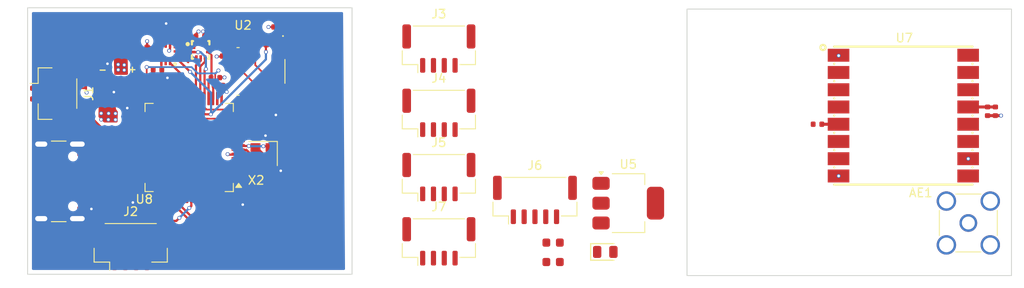
<source format=kicad_pcb>
(kicad_pcb (version 20241229) (generator "pcbnew") (generator_version "9.0")
  (layers (0 "F.Cu" signal) (2 "B.Cu" signal) (13 "F.Paste" user) (15 "B.Paste" user) (5 "F.SilkS" user "F.Silkscreen") (7 "B.SilkS" user "B.Silkscreen") (1 "F.Mask" user) (3 "B.Mask" user) (25 "Edge.Cuts" user))
  (net 0 "")
  (net 1 "+3.3V")
  (net 2 "/SPI3_MOSI")
  (net 3 "/SPI3_MISO")
  (net 4 "GND")
  (net 5 "/SPI3_SCK")
  (net 6 "/USB_FS_DP")
  (net 7 "/OSC_OUT")
  (net 8 "Net-(C16-Pad1)")
  (net 9 "Net-(U8-NRST)")
  (net 10 "Net-(U8-VCAP_2)")
  (net 11 "/USB_FS_DN")
  (net 12 "Net-(U8-VCAP_1)")
  (net 13 "/SPI1_MOSI")
  (net 14 "/SPI1_SCK")
  (net 15 "/SPI1_MISO")
  (net 16 "/SPI5_NSS")
  (net 17 "+5V")
  (net 18 "/SPI1_NSS")
  (net 19 "Net-(U2-~{HOLD}{slash}~{RESET}{slash}IO_{3})")
  (net 20 "Net-(U2-~{WP}{slash}IO_{2})")
  (net 21 "/SPI2_NSS")
  (net 22 "/UART5_TX")
  (net 23 "/UART5_RX")
  (net 24 "Net-(U8-PA11)")
  (net 25 "/USART1_RX")
  (net 26 "/USART6_TX")
  (net 27 "/USART1_TX")
  (net 28 "Net-(U8-VDDA)")
  (net 29 "Net-(U8-PA12)")
  (net 30 "/BOOT1")
  (net 31 "/OSC_IN")
  (net 32 "/USART6_RX")
  (net 35 "/OSC32_IN")
  (net 36 "/OSC32_OUT")
  (net 37 "/SPI2_MISO")
  (net 38 "/SPI2_MOSI")
  (net 39 "/UART4_TX")
  (net 40 "/UART4_RX")
  (net 41 "/USART2_TX")
  (net 42 "/USART2_RX")
  (net 47 "/USART3_TX")
  (net 48 "/USART3_RX")
  (net 50 "/SPI2_SCK")
  (net 63 "Net-(U8-BOOT0)")
  (net 66 "Net-(P2-CC)")
  (net 68 "Net-(AE1-A)")
  (net 69 "Net-(D3-Pad2)")
  (net 70 "/PWM_2")
  (net 71 "/PWM_1")
  (net 72 "/PWM_3")
  (net 73 "/PWM_8")
  (net 74 "/PWM_5")
  (net 75 "/PWM_7")
  (net 76 "/PWM_6")
  (net 77 "/SPI3_NSS")
  (net 78 "/Lora_RES")
  (net 87 "/IMU_INT")
  (net 90 "/BMP_INT")
  (net 91 "/PWM_4")
  (footprint "Connector_USB:USB_C_Receptacle_GCT_USB4105-xx-A_16P_TopMnt_Horizontal" (layer "F.Cu") (at 115.233951 77.924591 -90)
    (property "Reference" "P2" (hide yes))
    (property "Value" "USB_C_Plug_USB2.0")
  )
  (footprint "PCM_JLCPCB:R_0402" (layer "F.Cu") (at 121.813951 75.574591 180)
    (property "Reference" "R16" (hide yes))
    (property "Value" "22Ω" (hide yes))
  )
  (footprint "PCM_JLCPCB:C_0402" (layer "F.Cu") (at 129.113951 61.249591)
    (property "Reference" "C6" (hide yes))
    (property "Value" "100nF")
  )
  (footprint "PCM_JLCPCB:R_0402" (layer "F.Cu") (at 204 71.3)
    (property "Reference" "R10" (hide yes))
    (property "Value" "5.1kΩ" (hide yes))
  )
  (footprint "Connector_JST:JST_GH_BM04B-GHS-TBT_1x04-1MP_P1.25mm_Vertical" (layer "F.Cu") (at 124.513951 85.424591)
    (property "Reference" "J2")
    (property "Value" "Conn_01x04")
  )
  (footprint "PCM_JLCPCB:C_0402" (layer "F.Cu") (at 142.413951 70.274591)
    (property "Reference" "C1" (hide yes))
    (property "Value" "100nF")
  )
  (footprint "PCM_JLCPCB:R_0402" (layer "F.Cu") (at 129.613951 66.374591 90)
    (property "Reference" "R17" (hide yes))
    (property "Value" "5.1kΩ" (hide yes))
  )
  (footprint "PCM_JLCPCB:R_0402" (layer "F.Cu") (at 141.563951 60.024591 180)
    (property "Reference" "R7" (hide yes))
    (property "Value" "5.1kΩ" (hide yes))
  )
  (footprint "Crystal:Crystal_SMD_2520-4Pin_2.5x2.0mm" (layer "F.Cu") (at 139.831415 74.696732 180)
    (property "Reference" "X2")
    (property "Value" "Shenzhen SCTF Elec SX2B12.000F1010F30")
  )
  (footprint "Connector_JST:JST_GH_BM04B-GHS-TBT_1x04-1MP_P1.25mm_Vertical" (layer "F.Cu") (at 160.18 77.425)
    (property "Reference" "J5")
    (property "Value" "Conn_01x04")
  )
  (footprint "Connector_JST:JST_GH_BM04B-GHS-TBT_1x04-1MP_P1.25mm_Vertical" (layer "F.Cu") (at 160.18 69.975)
    (property "Reference" "J4")
    (property "Value" "Conn_01x04")
  )
  (footprint "Connector_Coaxial:SMA_Amphenol_901-144_Vertical" (layer "F.Cu") (at 221.46 82.75)
    (property "Reference" "AE1")
    (property "Value" "915MHZ Antenna")
  )
  (footprint "PCM_JLCPCB:C_0402" (layer "F.Cu") (at 128.113951 66.374591 90)
    (property "Reference" "C13" (hide yes))
    (property "Value" "2.2uF")
  )
  (footprint "PCM_JLCPCB:R_0402" (layer "F.Cu") (at 120.5 74.15 -90)
    (property "Reference" "R1" (hide yes))
    (property "Value" "5.1kΩ" (hide yes))
  )
  (footprint "Package_TO_SOT_SMD:SOT-223-3_TabPin2" (layer "F.Cu") (at 182.1 80.45)
    (property "Reference" "U5")
    (property "Value" "AMS1117")
  )
  (footprint "Package_QFP:LQFP-64_10x10mm_P0.5mm" (layer "F.Cu") (at 131.281415 73.996732 180)
    (property "Reference" "U8")
    (property "Value" "STM32F405RGTx")
  )
  (footprint "easyeda2kicad:LGA-14_L3.0-W2.5-P0.50-TL" (layer "F.Cu") (at 128.563951 63.109591 180)
    (property "Reference" "U1" (hide yes))
    (property "Value" "ICM-42605")
  )
  (footprint "PCM_JLCPCB:C_0402" (layer "F.Cu") (at 132.563951 61.099591)
    (property "Reference" "C2" (hide yes))
    (property "Value" "100nF")
  )
  (footprint "PCM_JLCPCB:D_0805" (layer "F.Cu") (at 179.44 86.105)
    (property "Reference" "D3" (hide yes))
    (property "Value" "Green")
  )
  (footprint "PCM_JLCPCB:C_0402" (layer "F.Cu") (at 124.763951 79.199591 -90)
    (property "Reference" "C19" (hide yes))
    (property "Value" "100nF")
  )
  (footprint "PCM_JLCPCB:C_0402" (layer "F.Cu") (at 127.213951 66.374591 90)
    (property "Reference" "C17" (hide yes))
    (property "Value" "100nF")
  )
  (footprint "Connector_JST:JST_GH_BM05B-GHS-TBT_1x05-1MP_P1.25mm_Vertical" (layer "F.Cu") (at 171.3 80.075)
    (property "Reference" "J6")
    (property "Value" "Conn_01x05")
  )
  (footprint "Package_SO:SOIC-8_5.3x5.3mm_P1.27mm" (layer "F.Cu") (at 139.563951 65.174591 -90)
    (property "Reference" "U2")
    (property "Value" "W25Q16JVSS")
  )
  (footprint "PCM_JLCPCB:R_0402" (layer "F.Cu") (at 134.313951 65.899591 180)
    (property "Reference" "R15" (hide yes))
    (property "Value" "5.1kΩ" (hide yes))
  )
  (footprint "PCM_JLCPCB:C_0402" (layer "F.Cu") (at 138.563951 72.124591 -90)
    (property "Reference" "C30" (hide yes))
    (property "Value" "1uF")
  )
  (footprint "Connector_JST:JST_GH_BM04B-GHS-TBT_1x04-1MP_P1.25mm_Vertical" (layer "F.Cu") (at 160.18 84.875)
    (property "Reference" "J7")
    (property "Value" "Conn_01x04")
  )
  (footprint "PCM_JLCPCB:R_0402" (layer "F.Cu") (at 135.613951 63.399591 180)
    (property "Reference" "R4" (hide yes))
    (property "Value" "5.1kΩ" (hide yes))
  )
  (footprint "PCM_JLCPCB:C_0402" (layer "F.Cu") (at 134.663951 66.799591)
    (property "Reference" "C16" (hide yes))
    (property "Value" "100nF")
  )
  (footprint "PCM_JLCPCB:R_0402" (layer "F.Cu") (at 142.913951 68.924591 -90)
    (property "Reference" "R3" (hide yes))
    (property "Value" "5.1kΩ" (hide yes))
  )
  (footprint "PCM_JLCPCB:R_0402" (layer "F.Cu") (at 121.813951 76.474591 180)
    (property "Reference" "R9" (hide yes))
    (property "Value" "22Ω" (hide yes))
  )
  (footprint "PCM_JLCPCB:R_0402" (layer "F.Cu") (at 121.55 77.05 180)
    (property "Reference" "R11" (hide yes))
    (property "Value" "200Ω" (hide yes))
  )
  (footprint "PCM_JLCPCB:C_0402" (layer "F.Cu") (at 123.863951 78.299591 -90)
    (property "Reference" "C14" (hide yes))
    (property "Value" "2.2uF")
  )
  (footprint "Connector_JST:JST_GH_BM02B-GHS-TBT_1x02-1MP_P1.25mm_Vertical" (layer "F.Cu") (at 115.663951 67.749591 -90)
    (property "Reference" "J1")
    (property "Value" "Connector")
  )
  (footprint "easyeda2kicad:SENSORM-SMD_BMP388" (layer "F.Cu") (at 132.613951 62.679591 90)
    (property "Reference" "U3" (hide yes))
    (property "Value" "BMP388")
  )
  (footprint "Connector_JST:JST_GH_BM04B-GHS-TBT_1x04-1MP_P1.25mm_Vertical" (layer "F.Cu") (at 160.18 62.525)
    (property "Reference" "J3")
    (property "Value" "Conn_01x04")
  )
  (footprint "PCM_JLCPCB:C_0402" (layer "F.Cu") (at 130.963951 63.099591 -90)
    (property "Reference" "C12" (hide yes))
    (property "Value" "100nF")
  )
  (footprint "PCM_JLCPCB:C_0402" (layer "F.Cu") (at 135.931415 80.271732 -90)
    (property "Reference" "C24" (hide yes))
    (property "Value" "4.7uF")
  )
  (footprint "PCM_JLCPCB:C_0603" (layer "F.Cu") (at 173.4 87.275)
    (property "Reference" "C5" (hide yes))
    (property "Value" "22uF")
  )
  (footprint "PCM_JLCPCB:C_0402" (layer "F.Cu") (at 129.113951 60.349591 180)
    (property "Reference" "C7" (hide yes))
    (property "Value" "2.2uF")
  )
  (footprint "PCM_JLCPCB:C_0402" (layer "F.Cu") (at 223.686104 69.8 -90)
    (property "Reference" "C28" (hide yes))
    (property "Value" "100nF")
  )
  (footprint "PCM_JLCPCB:C_0402" (layer "F.Cu") (at 136.831415 80.271732 -90)
    (property "Reference" "C22" (hide yes))
    (property "Value" "100nF")
  )
  (footprint "PCM_JLCPCB:R_0402" (layer "F.Cu") (at 127.613951 64.999591)
    (property "Reference" "R12" (hide yes))
    (property "Value" "5.1kΩ" (hide yes))
  )
  (footprint "PCM_JLCPCB:C_0402" (layer "F.Cu") (at 139.463951 72.124591 -90)
    (property "Reference" "C23" (hide yes))
    (property "Value" "100nF")
  )
  (footprint "PCM_JLCPCB:C_0402" (layer "F.Cu") (at 224.586104 69.8 -90)
    (property "Reference" "C3" (hide yes))
    (property "Value" "10uF")
  )
  (footprint "PCM_JLCPCB:C_0402" (layer "F.Cu") (at 140.631415 76.646732)
    (property "Reference" "C32" (hide yes))
    (property "Value" "20pF")
  )
  (footprint "PCM_JLCPCB:C_0402" (layer "F.Cu") (at 142.056415 73.971732 90)
    (property "Reference" "C33" (hide yes))
    (property "Value" "20pF")
  )
  (footprint "PCM_JLCPCB:C_0402" (layer "F.Cu") (at 126.413951 62.849591 90)
    (property "Reference" "C8" (hide yes))
    (property "Value" "10nF")
  )
  (footprint "PCM_JLCPCB:C_0603" (layer "F.Cu") (at 173.4 85.025)
    (property "Reference" "C4" (hide yes))
    (property "Value" "22uF")
  )
  (footprint "lib:COMM-SMD_LORA1276-C1-915MHZ" (layer "F.Cu") (at 213.9375 70.3)
    (property "Reference" "U7")
    (property "Value" "915MHz")
  )
  (gr_rect (start 112.581415 57.796732) (end 150.131415 88.696732) (stroke (width 0.1)) (fill no) (layer "Edge.Cuts"))
  (gr_rect (start 188.9 57.95) (end 226.45 88.85) (stroke (width 0.1)) (fill no) (layer "Edge.Cuts"))
  (gr_text "-\n" (at 121.263951 64.974591 0) (layer "F.SilkS") (effects (font (size 0.75 0.75))))
  (gr_text "+\n" (at 124.713951 64.924591 0) (layer "F.SilkS") (effects (font (size 0.75 0.75))))
  (segment (start 142.913951 69.424591) (end 142.131451 69.424591) (width 0.2) (layer "F.Cu") (net 1))
  (segment (start 135.063951 63.449591) (end 135.113951 63.399591) (width 0.254) (layer "F.Cu") (net 1))
  (segment (start 129.063951 62.099591) (end 129.063951 61.799591) (width 0.254) (layer "F.Cu") (net 1))
  (segment (start 142.913951 69.424591) (end 142.913951 70.274591) (width 0.2) (layer "F.Cu") (net 1))
  (segment (start 142.131451 69.424591) (end 141.468951 68.762091) (width 0.2) (layer "F.Cu") (net 1))
  (segment (start 119.213951 66.974591) (end 119.363951 66.974591) (width 0.2) (layer "F.Cu") (net 1))
  (segment (start 221.4375 69.3) (end 224.586104 69.3) (width 0.35) (layer "F.Cu") (net 1))
  (segment (start 129.063951 62.099591) (end 129.063951 62.674591) (width 0.254) (layer "F.Cu") (net 1))
  (segment (start 132.363951 60.549591) (end 132.113951 60.799591) (width 0.254) (layer "F.Cu") (net 1))
  (segment (start 119.213951 67.124591) (end 119.363951 66.974591) (width 0.2) (layer "F.Cu") (net 1))
  (segment (start 132.113951 62.059591) (end 131.743951 62.429591) (width 0.254) (layer "F.Cu") (net 1))
  (segment (start 119.363951 66.974591) (end 119.363951 67.574591) (width 0.2) (layer "F.Cu") (net 1))
  (segment (start 130.943951 62.429591) (end 130.893951 62.479591) (width 0.254) (layer "F.Cu") (net 1))
  (segment (start 132.113951 61.809591) (end 132.113951 62.059591) (width 0.254) (layer "F.Cu") (net 1))
  (segment (start 126.413951 62.299591) (end 126.473951 62.359591) (width 0.254) (layer "F.Cu") (net 1))
  (segment (start 126.413951 61.674591) (end 126.413951 62.299591) (width 0.254) (layer "F.Cu") (net 1))
  (segment (start 129.063951 62.674591) (end 128.963951 62.774591) (width 0.254) (layer "F.Cu") (net 1))
  (segment (start 119.363951 67.574591) (end 119.413951 67.624591) (width 0.2) (layer "F.Cu") (net 1))
  (segment (start 117.513951 65.874591) (end 119.453951 65.874591) (width 0.254) (layer "F.Cu") (net 1))
  (segment (start 131.743951 62.429591) (end 130.943951 62.429591) (width 0.254) (layer "F.Cu") (net 1))
  (segment (start 134.463951 63.449591) (end 135.063951 63.449591) (width 0.254) (layer "F.Cu") (net 1))
  (segment (start 129.063951 61.799591) (end 129.613951 61.249591) (width 0.254) (layer "F.Cu") (net 1))
  (segment (start 141.063951 60.024591) (end 140.463951 60.024591) (width 0.2) (layer "F.Cu") (net 1))
  (segment (start 129.613951 61.249591) (end 129.613951 60.349591) (width 0.254) (layer "F.Cu") (net 1))
  (segment (start 117.513951 67.124591) (end 119.213951 67.124591) (width 0.2) (layer "F.Cu") (net 1))
  (segment (start 134.838951 65.874591) (end 134.813951 65.899591) (width 0.254) (layer "F.Cu") (net 1))
  (segment (start 126.473951 62.359591) (end 127.303951 62.359591) (width 0.254) (layer "F.Cu") (net 1))
  (segment (start 132.113951 60.799591) (end 132.113951 61.809591) (width 0.254) (layer "F.Cu") (net 1))
  (segment (start 135.363951 65.874591) (end 134.838951 65.874591) (width 0.254) (layer "F.Cu") (net 1))
  (via (at 121.098951 70.034591) (size 0.45) (drill 0.3) (layers "F.Cu" "B.Cu") (net 1))
  (via (at 123.063951 64.374591) (size 0.45) (drill 0.3) (layers "F.Cu" "B.Cu") (net 1))
  (via (at 135.363951 65.874591) (size 0.45) (drill 0.3) (layers "F.Cu" "B.Cu") (net 1))
  (via (at 134.463951 63.449591) (size 0.45) (drill 0.3) (layers "F.Cu" "B.Cu") (net 1))
  (via (at 140.463951 60.024591) (size 0.45) (drill 0.3) (layers "F.Cu" "B.Cu") (net 1))
  (via (at 132.363951 60.549591) (size 0.45) (drill 0.3) (layers "F.Cu" "B.Cu") (net 1))
  (via (at 121.928951 70.769591) (size 0.45) (drill 0.3) (layers "F.Cu" "B.Cu") (net 1))
  (via (at 121.098951 70.759591) (size 0.45) (drill 0.3) (layers "F.Cu" "B.Cu") (net 1))
  (via (at 121.953951 70.044591) (size 0.45) (drill 0.3) (layers "F.Cu" "B.Cu") (net 1))
  (via (at 122.743951 70.054591) (size 0.45) (drill 0.3) (layers "F.Cu" "B.Cu") (net 1))
  (via (at 123.763951 64.424591) (size 0.45) (drill 0.3) (layers "F.Cu" "B.Cu") (net 1))
  (via (at 128.963951 62.774591) (size 0.45) (drill 0.3) (layers "F.Cu" "B.Cu") (net 1))
  (via (at 123.069457 64.992144) (size 0.45) (drill 0.3) (layers "F.Cu" "B.Cu") (net 1))
  (via (at 119.413951 67.624591) (size 0.45) (drill 0.3) (layers "F.Cu" "B.Cu") (net 1))
  (via (at 126.413951 61.674591) (size 0.45) (drill 0.3) (layers "F.Cu" "B.Cu") (net 1))
  (via (at 122.743951 70.779591) (size 0.45) (drill 0.3) (layers "F.Cu" "B.Cu") (net 1))
  (via (at 123.763951 65.024591) (size 0.45) (drill 0.3) (layers "F.Cu" "B.Cu") (net 1))
  (segment (start 131.531415 79.671732) (end 131.531415 80.771732) (width 0.254) (layer "F.Cu") (net 2))
  (segment (start 130.143915 82.159232) (end 129.793915 82.509232) (width 0.254) (layer "F.Cu") (net 2))
  (segment (start 125.763951 82.874591) (end 125.763951 83.574591) (width 0.254) (layer "F.Cu") (net 2))
  (segment (start 131.531415 80.771732) (end 131.293915 81.009232) (width 0.254) (layer "F.Cu") (net 2))
  (segment (start 129.793915 82.509232) (end 126.018915 82.509232) (width 0.254) (layer "F.Cu") (net 2))
  (segment (start 126.051451 82.587091) (end 125.763951 82.874591) (width 0.254) (layer "F.Cu") (net 2))
  (via (at 131.293915 81.009232) (size 0.45) (drill 0.3) (layers "F.Cu" "B.Cu") (net 2))
  (via (at 130.143915 82.159232) (size 0.45) (drill 0.3) (layers "F.Cu" "B.Cu") (net 2))
  (segment (start 130.143915 82.159232) (end 131.293915 81.009232) (width 0.254) (layer "B.Cu") (net 2))
  (segment (start 124.513951 83.574591) (end 124.513951 82.974591) (width 0.254) (layer "F.Cu") (net 3))
  (segment (start 124.513951 82.974591) (end 125.607351 81.881191) (width 0.254) (layer "F.Cu") (net 3))
  (segment (start 125.607351 81.881191) (end 128.007351 81.881191) (width 0.254) (layer "F.Cu") (net 3))
  (segment (start 128.007351 81.881191) (end 129.063951 80.824591) (width 0.254) (layer "F.Cu") (net 3))
  (segment (start 129.063951 80.824591) (end 129.063951 79.749591) (width 0.254) (layer "F.Cu") (net 3))
  (segment (start 132.895951 61.174591) (end 133.063951 61.174591) (width 0.254) (layer "F.Cu") (net 4))
  (segment (start 136.831415 80.771732) (end 135.931415 80.771732) (width 0.254) (layer "F.Cu") (net 4))
  (segment (start 124.013951 69.324591) (end 123.413951 69.324591) (width 0.254) (layer "F.Cu") (net 4))
  (segment (start 132.063951 63.599591) (end 132.113951 63.549591) (width 0.254) (layer "F.Cu") (net 4))
  (segment (start 128.563951 62.099591) (end 128.563951 60.399591) (width 0.254) (layer "F.Cu") (net 4))
  (segment (start 141.181415 76.696732) (end 141.131415 76.646732) (width 0.2) (layer "F.Cu") (net 4))
  (segment (start 122.563951 67.574591) (end 122.563951 66.666732) (width 0.254) (layer "F.Cu") (net 4))
  (segment (start 133.063951 61.099591) (end 133.063951 60.717591) (width 0.254) (layer "F.Cu") (net 4))
  (segment (start 140.113951 72.624591) (end 139.463951 72.624591) (width 0.254) (layer "F.Cu") (net 4))
  (segment (start 137.481415 80.621732) (end 137.381415 80.721732) (width 0.254) (layer "F.Cu") (net 4))
  (segment (start 124.113951 69.424591) (end 124.013951 69.324591) (width 0.254) (layer "F.Cu") (net 4))
  (segment (start 118.913951 81.124591) (end 119.963951 81.124591) (width 0.254) (layer "F.Cu") (net 4))
  (segment (start 135.163951 67.099591) (end 135.613951 67.549591) (width 0.254) (layer "F.Cu") (net 4))
  (segment (start 141.206415 75.271732) (end 142.006415 74.471732) (width 0.254) (layer "F.Cu") (net 4))
  (segment (start 135.931415 80.771732) (end 134.856416 80.771732) (width 0.254) (layer "F.Cu") (net 4))
  (segment (start 133.063951 61.099591) (end 133.063951 61.759591) (width 0.254) (layer "F.Cu") (net 4))
  (segment (start 124.738951 79.724591) (end 124.763951 79.699591) (width 0.254) (layer "F.Cu") (net 4))
  (segment (start 141.031415 76.546732) (end 141.131415 76.646732) (width 0.2) (layer "F.Cu") (net 4))
  (segment (start 136.981415 80.721732) (end 136.931415 80.771732) (width 0.254) (layer "F.Cu") (net 4))
  (segment (start 140.381415 75.271732) (end 140.731415 75.271732) (width 0.254) (layer "F.Cu") (net 4))
  (segment (start 128.763951 65.924591) (end 128.713951 65.874591) (width 0.254) (layer "F.Cu") (net 4))
  (segment (start 128.563951 62.099591) (end 128.063951 62.099591) (width 0.254) (layer "F.Cu") (net 4))
  (segment (start 141.913951 70.274591) (end 141.363951 70.274591) (width 0.2) (layer "F.Cu") (net 4))
  (segment (start 133.063951 61.759591) (end 133.113951 61.809591) (width 0.254) (layer "F.Cu") (net 4))
  (segment (start 133.063951 60.549591) (end 133.813951 59.799591) (width 0.254) (layer "F.Cu") (net 4))
  (segment (start 140.706415 75.396732) (end 141.031415 75.721732) (width 0.2) (layer "F.Cu") (net 4))
  (segment (start 124.763951 80.374591) (end 124.738951 80.349591) (width 0.254) (layer "F.Cu") (net 4))
  (segment (start 138.263951 72.324591) (end 138.563951 72.624591) (width 0.254) (layer "F.Cu") (net 4))
  (segment (start 118.338951 74.149591) (end 118.913951 74.724591) (width 0.254) (layer "F.Cu") (net 4))
  (segment (start 121.823951 64.28852) (end 121.823951 63.380661) (width 0.254) (layer "F.Cu") (net 4))
  (segment (start 124.738951 80.349591) (end 124.738951 79.724591) (width 0.254) (layer "F.Cu") (net 4))
  (segment (start 118.338951 81.699591) (end 118.913951 81.124591) (width 0.254) (layer "F.Cu") (net 4))
  (segment (start 141.363951 70.274591) (end 141.313951 70.224591) (width 0.2) (layer "F.Cu") (net 4))
  (segment (start 126.463951 63.349591) (end 126.953951 62.859591) (width 0.254) (layer "F.Cu") (net 4))
  (segment (start 128.763951 65.924591) (end 129.563951 65.924591) (width 0.254) (layer "F.Cu") (net 4))
  (segment (start 126.953951 62.859591) (end 127.303951 62.859591) (width 0.254) (layer "F.Cu") (net 4))
  (segment (start 123.863951 78.799591) (end 124.763951 79.699591) (width 0.254) (layer "F.Cu") (net 4))
  (segment (start 133.063951 60.717591) (end 132.895951 60.549591) (width 0.254) (layer "F.Cu") (net 4))
  (segment (start 128.113951 65.874591) (end 127.213951 65.874591) (width 0.254) (layer "F.Cu") (net 4))
  (segment (start 135.163951 66.799591) (end 134.563951 67.399591) (width 0.254) (layer "F.Cu") (net 4))
  (segment (start 118.338951 82.244591) (end 118.338951 81.699591) (width 0.254) (layer "F.Cu") (net 4))
  (segment (start 137.381415 80.721732) (end 136.981415 80.721732) (width 0.254) (layer "F.Cu") (net 4))
  (segment (start 131.163951 64.099591) (end 130.963951 63.899591) (width 0.254) (layer "F.Cu") (net 4))
  (segment (start 225.25 70.3) (end 224.586104 70.3) (width 0.35) (layer "F.Cu") (net 4))
  (segment (start 129.563951 65.924591) (end 129.613951 65.874591) (width 0.254) (layer "F.Cu") (net 4))
  (segment (start 134.563951 67.399591) (end 134.563951 68.399591) (width 0.254) (layer "F.Cu") (net 4))
  (segment (start 134.531415 80.446731) (end 134.531415 79.671732) (width 0.254) (layer "F.Cu") (net 4))
  (segment (start 136.931415 80.771732) (end 136.831415 80.771732) (width 0.254) (layer "F.Cu") (net 4))
  (segment (start 130.963951 63.599591) (end 132.063951 63.599591) (width 0.254) (layer "F.Cu") (net 4))
  (segment (start 138.563951 72.624591) (end 139.463951 72.624591) (width 0.254) (layer "F.Cu") (net 4))
  (segment (start 133.813951 59.799591) (end 135.513951 59.799591) (width 0.254) (layer "F.Cu") (net 4))
  (segment (start 141.881415 76.696732) (end 141.181415 76.696732) (width 0.2) (layer "F.Cu") (net 4))
  (segment (start 134.856416 80.771732) (end 134.531415 80.446731) (width 0.254) (layer "F.Cu") (net 4))
  (segment (start 128.713951 65.874591) (end 127.213951 65.874591) (width 0.254) (layer "F.Cu") (net 4))
  (segment (start 141.031415 75.721732) (end 141.031415 76.546732) (width 0.2) (layer "F.Cu") (net 4))
  (segment (start 135.163951 66.799591) (end 135.163951 67.099591) (width 0.254) (layer "F.Cu") (net 4))
  (segment (start 138.981415 73.871732) (end 140.381415 75.271732) (width 0.254) (layer "F.Cu") (net 4))
  (segment (start 132.613951 61.809591) (end 133.113951 61.809591) (width 0.254) (layer "F.Cu") (net 4))
  (segment (start 224.586104 70.3) (end 223.686104 70.3) (width 0.35) (layer "F.Cu") (net 4))
  (segment (start 128.563951 60.399591) (end 128.613951 60.349591) (width 0.254) (layer "F.Cu") (net 4))
  (segment (start 130.963951 63.899591) (end 130.963951 63.599591) (width 0.254) (layer "F.Cu") (net 4))
  (segment (start 118.338951 73.604591) (end 118.338951 74.149591) (width 0.254) (layer "F.Cu") (net 4))
  (segment (start 128.613951 59.624591) (end 128.613951 60.349591) (width 0.254) (layer "F.Cu") (net 4))
  (segment (start 136.988951 72.324591) (end 138.263951 72.324591) (width 0.254) (layer "F.Cu") (net 4))
  (via (at 132.895951 60.549591) (size 0.45) (drill 0.3) (layers "F.Cu" "B.Cu") (net 4))
  (via (at 141.881415 76.696732) (size 0.45) (drill 0.3) (layers "F.Cu" "B.Cu") (net 4))
  (via (at 119.963951 81.124591) (size 0.45) (drill 0.3) (layers "F.Cu" "B.Cu") (net 4))
  (via (at 124.763951 80.374591) (size 0.45) (drill 0.3) (layers "F.Cu" "B.Cu") (net 4))
  (via (at 206.45 77.3) (size 0.45) (drill 0.3) (layers "F.Cu" "B.Cu") (net 4))
  (via (at 124.113951 69.424591) (size 0.45) (drill 0.3) (layers "F.Cu" "B.Cu") (net 4))
  (via (at 121.823951 64.28852) (size 0.45) (drill 0.3) (layers "F.Cu" "B.Cu") (net 4))
  (via (at 122.563951 67.574591) (size 0.45) (drill 0.3) (layers "F.Cu" "B.Cu") (net 4))
  (via (at 141.313951 70.224591) (size 0.45) (drill 0.3) (layers "F.Cu" "B.Cu") (net 4))
  (via (at 221.45 75.3) (size 0.45) (drill 0.3) (layers "F.Cu" "B.Cu") (net 4))
  (via (at 128.613951 59.624591) (size 0.45) (drill 0.3) (layers "F.Cu" "B.Cu") (net 4))
  (via (at 128.763951 65.924591) (size 0.45) (drill 0.3) (layers "F.Cu" "B.Cu") (net 4))
  (via (at 140.113951 72.624591) (size 0.45) (drill 0.3) (layers "F.Cu" "B.Cu") (net 4))
  (via (at 137.481415 80.621732) (size 0.45) (drill 0.3) (layers "F.Cu" "B.Cu") (net 4))
  (via (at 135.613951 67.549591) (size 0.45) (drill 0.3) (layers "F.Cu" "B.Cu") (net 4))
  (via (at 206.45 63.35) (size 0.45) (drill 0.3) (layers "F.Cu" "B.Cu") (net 4))
  (via (at 225.25 70.3) (size 0.45) (drill 0.3) (layers "F.Cu" "B.Cu") (net 4))
  (segment (start 128.563951 80.457439) (end 128.563951 79.749591) (width 0.254) (layer "F.Cu") (net 5))
  (segment (start 127.746799 81.274591) (end 128.563951 80.457439) (width 0.254) (layer "F.Cu") (net 5))
  (segment (start 124.863951 81.274591) (end 127.746799 81.274591) (width 0.254) (layer "F.Cu") (net 5))
  (segment (start 123.263951 82.874591) (end 124.863951 81.274591) (width 0.254) (layer "F.Cu") (net 5))
  (segment (start 123.263951 83.574591) (end 123.263951 82.874591) (width 0.254) (layer "F.Cu") (net 5))
  (segment (start 120.113951 77.674591) (end 121.313951 76.474591) (width 0.146812) (layer "F.Cu") (net 6))
  (segment (start 118.913951 77.674591) (end 120.113951 77.674591) (width 0.146812) (layer "F.Cu") (net 6))
  (segment (start 140.763951 73.949591) (end 141.638951 73.949591) (width 0.254) (layer "F.Cu") (net 7))
  (segment (start 138.184351 73.824591) (end 136.988951 73.824591) (width 0.254) (layer "F.Cu") (net 7))
  (segment (start 140.663951 73.849591) (end 140.763951 73.949591) (width 0.254) (layer "F.Cu") (net 7))
  (segment (start 141.638951 73.949591) (end 142.038951 73.549591) (width 0.254) (layer "F.Cu") (net 7))
  (segment (start 139.863951 73.849591) (end 140.663951 73.849591) (width 0.254) (layer "F.Cu") (net 7))
  (via (at 139.863951 73.849591) (size 0.45) (drill 0.3) (layers "F.Cu" "B.Cu") (net 7))
  (via (at 138.184351 73.824591) (size 0.45) (drill 0.3) (layers "F.Cu" "B.Cu") (net 7))
  (segment (start 138.184351 73.824591) (end 138.209351 73.849591) (width 0.254) (layer "B.Cu") (net 7))
  (segment (start 138.209351 73.849591) (end 139.863951 73.849591) (width 0.254) (layer "B.Cu") (net 7))
  (segment (start 124.763951 77.999591) (end 124.913951 77.849591) (width 0.254) (layer "F.Cu") (net 8))
  (segment (start 135.031415 78.896733) (end 132.731413 76.596731) (width 0.254) (layer "F.Cu") (net 8))
  (segment (start 134.063951 68.399591) (end 134.063951 66.874591) (width 0.254) (layer "F.Cu") (net 8))
  (segment (start 126.363951 64.674591) (end 126.363951 66.024591) (width 0.2) (layer "F.Cu") (net 8))
  (segment (start 136.831415 79.771732) (end 135.931415 79.771732) (width 0.254) (layer "F.Cu") (net 8))
  (segment (start 127.563951 76.67459) (end 126.41395 77.824591) (width 0.254) (layer "F.Cu") (net 8))
  (segment (start 134.296551 66.666991) (end 134.296551 65.441991) (width 0.2) (layer "F.Cu") (net 8))
  (segment (start 132.731413 76.596731) (end 127.531415 76.596731) (width 0.254) (layer "F.Cu") (net 8))
  (segment (start 127.563951 67.224591) (end 127.213951 66.874591) (width 0.254) (layer "F.Cu") (net 8))
  (segment (start 127.563951 68.399591) (end 127.563951 67.224591) (width 0.254) (layer "F.Cu") (net 8))
  (segment (start 126.363951 66.024591) (end 127.213951 66.874591) (width 0.2) (layer "F.Cu") (net 8))
  (segment (start 135.831415 79.671732) (end 135.931415 79.771732) (width 0.254) (layer "F.Cu") (net 8))
  (segment (start 135.031415 79.671732) (end 135.831415 79.671732) (width 0.254) (layer "F.Cu") (net 8))
  (segment (start 135.031415 79.671732) (end 135.031415 78.896733) (width 0.254) (layer "F.Cu") (net 8))
  (segment (start 134.163951 66.799591) (end 134.296551 66.666991) (width 0.2) (layer "F.Cu") (net 8))
  (segment (start 124.763951 78.699591) (end 124.763951 77.999591) (width 0.254) (layer "F.Cu") (net 8))
  (segment (start 126.41395 77.824591) (end 125.638951 77.824591) (width 0.254) (layer "F.Cu") (net 8))
  (segment (start 134.296551 65.441991) (end 134.663951 65.074591) (width 0.2) (layer "F.Cu") (net 8))
  (segment (start 127.563951 68.399591) (end 127.563951 76.67459) (width 0.254) (layer "F.Cu") (net 8))
  (via (at 126.363951 64.674591) (size 0.45) (drill 0.3) (layers "F.Cu" "B.Cu") (net 8))
  (via (at 134.663951 65.074591) (size 0.45) (drill 0.3) (layers "F.Cu" "B.Cu") (net 8))
  (segment (start 131.553129 64.674591) (end 126.363951 64.674591) (width 0.2) (layer "B.Cu") (net 8))
  (segment (start 132.283129 65.404591) (end 131.553129 64.674591) (width 0.2) (layer "B.Cu") (net 8))
  (segment (start 134.663951 65.074591) (end 134.333951 65.404591) (width 0.2) (layer "B.Cu") (net 8))
  (segment (start 134.333951 65.404591) (end 132.283129 65.404591) (width 0.2) (layer "B.Cu") (net 8))
  (segment (start 135.788951 74.824591) (end 135.763951 74.849591) (width 0.254) (layer "F.Cu") (net 9))
  (segment (start 136.988951 74.824591) (end 135.788951 74.824591) (width 0.254) (layer "F.Cu") (net 9))
  (via (at 135.731415 74.771732) (size 0.45) (drill 0.3) (layers "F.Cu" "B.Cu") (net 9))
  (segment (start 124.338951 77.324591) (end 125.638951 77.324591) (width 0.254) (layer "F.Cu") (net 10))
  (segment (start 123.863951 77.799591) (end 124.338951 77.324591) (width 0.254) (layer "F.Cu") (net 10))
  (segment (start 121.769957 76.768585) (end 121.769957 76.169817) (width 0.146812) (layer "F.Cu") (net 11))
  (segment (start 121.769957 76.779365) (end 121.769957 76.768585) (width 0.146812) (layer "F.Cu") (net 11))
  (segment (start 118.913951 78.174591) (end 120.363951 78.174591) (width 0.146812) (layer "F.Cu") (net 11))
  (segment (start 121.769957 76.169817) (end 121.769957 76.030597) (width 0.146812) (layer "F.Cu") (net 11))
  (segment (start 120.363951 78.174591) (end 121.577945 76.960597) (width 0.146812) (layer "F.Cu") (net 11))
  (segment (start 121.769957 76.030597) (end 121.313951 75.574591) (width 0.146812) (layer "F.Cu") (net 11))
  (segment (start 121.588725 76.960597) (end 121.769957 76.779365) (width 0.146812) (layer "F.Cu") (net 11))
  (segment (start 121.577945 76.960597) (end 121.588725 76.960597) (width 0.146812) (layer "F.Cu") (net 11))
  (segment (start 128.063951 66.924591) (end 128.113951 66.874591) (width 0.254) (layer "F.Cu") (net 12))
  (segment (start 128.063951 68.399591) (end 128.063951 66.924591) (width 0.254) (layer "F.Cu") (net 12))
  (segment (start 137.176451 68.762091) (end 135.283951 70.654591) (width 0.2) (layer "F.Cu") (net 13))
  (segment (start 137.658951 68.762091) (end 137.176451 68.762091) (width 0.2) (layer "F.Cu") (net 13))
  (segment (start 132.613951 63.549591) (end 132.613951 63.925283) (width 0.254) (layer "F.Cu") (net 13))
  (segment (start 132.886419 70.654591) (end 132.063951 69.832123) (width 0.2) (layer "F.Cu") (net 13))
  (segment (start 132.063951 69.832123) (end 132.063951 68.399591) (width 0.2) (layer "F.Cu") (net 13))
  (segment (start 129.063951 64.199591) (end 132.063951 67.199591) (width 0.254) (layer "F.Cu") (net 13))
  (segment (start 132.063951 67.199591) (end 132.063951 68.399591) (width 0.254) (layer "F.Cu") (net 13))
  (segment (start 132.063951 64.475283) (end 132.063951 68.399591) (width 0.254) (layer "F.Cu") (net 13))
  (segment (start 135.283951 70.654591) (end 132.886419 70.654591) (width 0.2) (layer "F.Cu") (net 13))
  (segment (start 132.613951 63.925283) (end 132.063951 64.475283) (width 0.254) (layer "F.Cu") (net 13))
  (segment (start 133.063951 69.364055) (end 133.063951 68.399591) (width 0.2) (layer "F.Cu") (net 14))
  (segment (start 133.213951 64.899591) (end 133.063951 65.049591) (width 0.254) (layer "F.Cu") (net 14))
  (segment (start 138.60395 67.624591) (end 137.363951 67.624591) (width 0.2) (layer "F.Cu") (net 14))
  (segment (start 135.388951 69.599591) (end 133.299487 69.599591) (width 0.2) (layer "F.Cu") (net 14))
  (segment (start 132.313951 62.949591) (end 131.763951 62.949591) (width 0.254) (layer "F.Cu") (net 14))
  (segment (start 138.928951 67.949592) (end 138.60395 67.624591) (width 0.2) (layer "F.Cu") (net 14))
  (segment (start 137.363951 67.624591) (end 135.388951 69.599591) (width 0.2) (layer "F.Cu") (net 14))
  (segment (start 133.063951 65.049591) (end 133.063951 68.399591) (width 0.254) (layer "F.Cu") (net 14))
  (segment (start 138.928951 68.762091) (end 138.928951 67.949592) (width 0.2) (layer "F.Cu") (net 14))
  (segment (start 131.763951 62.949591) (end 131.743951 62.929591) (width 0.254) (layer "F.Cu") (net 14))
  (segment (start 133.299487 69.599591) (end 133.063951 69.364055) (width 0.2) (layer "F.Cu") (net 14))
  (via (at 133.213951 64.899591) (size 0.45) (drill 0.3) (layers "F.Cu" "B.Cu") (net 14))
  (via (at 132.313951 62.949591) (size 0.45) (drill 0.3) (layers "F.Cu" "B.Cu") (net 14))
  (segment (start 132.613951 62.949591) (end 132.313951 62.949591) (width 0.254) (layer "B.Cu") (net 14))
  (segment (start 133.213951 63.549591) (end 132.613951 62.949591) (width 0.254) (layer "B.Cu") (net 14))
  (segment (start 133.213951 64.899591) (end 133.213951 63.549591) (width 0.254) (layer "B.Cu") (net 14))
  (segment (start 133.788951 70.149591) (end 133.111589 70.149591) (width 0.254) (layer "F.Cu") (net 15))
  (segment (start 132.563951 69.601953) (end 132.563951 68.399591) (width 0.254) (layer "F.Cu") (net 15))
  (segment (start 130.023951 63.859591) (end 129.823951 63.859591) (width 0.254) (layer "F.Cu") (net 15))
  (segment (start 133.113951 64.049591) (end 133.113951 63.549591) (width 0.254) (layer "F.Cu") (net 15))
  (segment (start 132.563951 64.599591) (end 133.113951 64.049591) (width 0.254) (layer "F.Cu") (net 15))
  (segment (start 133.111589 70.149591) (end 132.563951 69.601953) (width 0.254) (layer "F.Cu") (net 15))
  (segment (start 140.163951 61.622091) (end 140.198951 61.587091) (width 0.254) (layer "F.Cu") (net 15))
  (segment (start 132.563951 68.399591) (end 132.563951 64.599591) (width 0.254) (layer "F.Cu") (net 15))
  (segment (start 131.388951 65.224591) (end 130.023951 63.859591) (width 0.254) (layer "F.Cu") (net 15))
  (segment (start 140.163951 62.924591) (end 140.163951 61.622091) (width 0.254) (layer "F.Cu") (net 15))
  (via (at 140.163951 62.924591) (size 0.45) (drill 0.3) (layers "F.Cu" "B.Cu") (net 15))
  (via (at 131.388951 65.224591) (size 0.45) (drill 0.3) (layers "F.Cu" "B.Cu") (net 15))
  (via (at 133.788951 70.149591) (size 0.45) (drill 0.3) (layers "F.Cu" "B.Cu") (net 15))
  (segment (start 140.163951 63.774591) (end 140.163951 62.924591) (width 0.254) (layer "B.Cu") (net 15))
  (segment (start 133.813951 69.999591) (end 133.788951 70.024591) (width 0.254) (layer "B.Cu") (net 15))
  (segment (start 133.813951 67.649591) (end 133.813951 69.999591) (width 0.254) (layer "B.Cu") (net 15))
  (segment (start 133.788951 70.024591) (end 133.788951 70.149591) (width 0.254) (layer "B.Cu") (net 15))
  (segment (start 133.788951 70.149591) (end 140.163951 63.774591) (width 0.254) (layer "B.Cu") (net 15))
  (segment (start 131.388951 65.224591) (end 133.813951 67.649591) (width 0.254) (layer "B.Cu") (net 15))
  (segment (start 141.468951 61.587091) (end 141.468951 60.619591) (width 0.2) (layer "F.Cu") (net 16))
  (segment (start 141.468951 60.619591) (end 142.063951 60.024591) (width 0.2) (layer "F.Cu") (net 16))
  (segment (start 133.524351 68.359991) (end 133.524351 66.339191) (width 0.254) (layer "F.Cu") (net 18))
  (segment (start 133.524351 66.339191) (end 133.863951 65.999591) (width 0.254) (layer "F.Cu") (net 18))
  (segment (start 133.863951 63.309591) (end 133.483951 62.929591) (width 0.254) (layer "F.Cu") (net 18))
  (segment (start 133.563951 68.399591) (end 133.524351 68.359991) (width 0.254) (layer "F.Cu") (net 18))
  (segment (start 133.553951 62.999591) (end 133.483951 62.929591) (width 0.254) (layer "F.Cu") (net 18))
  (segment (start 133.863951 65.999591) (end 133.863951 63.309591) (width 0.254) (layer "F.Cu") (net 18))
  (segment (start 136.113951 63.864592) (end 136.113951 63.399591) (width 0.2) (layer "F.Cu") (net 19))
  (segment (start 136.113951 62.499591) (end 135.513951 61.899591) (width 0.254) (layer "F.Cu") (net 19))
  (segment (start 140.198951 68.762091) (end 140.198951 67.949592) (width 0.2) (layer "F.Cu") (net 19))
  (segment (start 140.198951 67.949592) (end 136.113951 63.864592) (width 0.2) (layer "F.Cu") (net 19))
  (segment (start 136.113951 63.399591) (end 136.113951 62.499591) (width 0.254) (layer "F.Cu") (net 19))
  (segment (start 142.913951 68.424591) (end 138.928951 64.439591) (width 0.2) (layer "F.Cu") (net 20))
  (segment (start 138.928951 64.439591) (end 138.928951 61.587091) (width 0.2) (layer "F.Cu") (net 20))
  (segment (start 128.063951 64.119591) (end 128.063951 64.949591) (width 0.254) (layer "F.Cu") (net 21))
  (segment (start 128.063951 64.949591) (end 128.113951 64.999591) (width 0.254) (layer "F.Cu") (net 21))
  (segment (start 130.031415 80.499094) (end 131.073553 81.541232) (width 0.254) (layer "F.Cu") (net 22))
  (segment (start 132.781415 83.246732) (end 132.781415 83.496732) (width 0.254) (layer "F.Cu") (net 22))
  (segment (start 131.075915 81.541232) (end 132.781415 83.246732) (width 0.254) (layer "F.Cu") (net 22))
  (segment (start 130.031415 79.671732) (end 130.031415 80.499094) (width 0.254) (layer "F.Cu") (net 22))
  (segment (start 131.073553 81.541232) (end 131.075915 81.541232) (width 0.254) (layer "F.Cu") (net 22))
  (segment (start 129.563951 80.724591) (end 129.563951 79.749591) (width 0.254) (layer "F.Cu") (net 23))
  (segment (start 131.531415 82.646732) (end 129.531415 80.646732) (width 0.254) (layer "F.Cu") (net 23))
  (segment (start 131.531415 83.496732) (end 131.531415 82.646732) (width 0.254) (layer "F.Cu") (net 23))
  (segment (start 122.413951 75.824591) (end 125.638951 75.824591) (width 0.254) (layer "F.Cu") (net 24))
  (segment (start 122.163951 75.574591) (end 122.413951 75.824591) (width 0.254) (layer "F.Cu") (net 24))
  (segment (start 132.531415 80.446732) (end 132.531415 79.671732) (width 0.254) (layer "F.Cu") (net 25))
  (segment (start 138.656414 81.446732) (end 133.531415 81.446732) (width 0.254) (layer "F.Cu") (net 25))
  (segment (start 139.856415 82.646733) (end 138.656414 81.446732) (width 0.254) (layer "F.Cu") (net 25))
  (segment (start 133.531415 81.446732) (end 132.531415 80.446732) (width 0.254) (layer "F.Cu") (net 25))
  (segment (start 139.856415 83.496732) (end 139.856415 82.646733) (width 0.254) (layer "F.Cu") (net 25))
  (segment (start 125.638951 72.324591) (end 121.763951 72.324591) (width 0.254) (layer "F.Cu") (net 26))
  (segment (start 121.763951 72.324591) (end 117.813951 68.374591) (width 0.254) (layer "F.Cu") (net 26))
  (segment (start 117.813951 68.374591) (end 117.513951 68.374591) (width 0.254) (layer "F.Cu") (net 26))
  (segment (start 138.606415 82.671732) (end 138.606415 83.496732) (width 0.254) (layer "F.Cu") (net 27))
  (segment (start 132.031415 79.671732) (end 132.031415 80.546732) (width 0.254) (layer "F.Cu") (net 27))
  (segment (start 132.031415 80.546732) (end 133.431415 81.946732) (width 0.254) (layer "F.Cu") (net 27))
  (segment (start 133.431415 81.946732) (end 137.881415 81.946732) (width 0.254) (layer "F.Cu") (net 27))
  (segment (start 137.881415 81.946732) (end 138.606415 82.671732) (width 0.254) (layer "F.Cu") (net 27))
  (segment (start 138.363951 71.824591) (end 138.563951 71.624591) (width 0.254) (layer "F.Cu") (net 28))
  (segment (start 136.988951 71.824591) (end 138.363951 71.824591) (width 0.254) (layer "F.Cu") (net 28))
  (segment (start 139.463951 71.624591) (end 138.563951 71.624591) (width 0.254) (layer "F.Cu") (net 28))
  (segment (start 125.638951 76.324591) (end 122.163951 76.324591) (width 0.254) (layer "F.Cu") (net 29))
  (segment (start 129.563951 66.924591) (end 129.613951 66.874591) (width 0.254) (layer "F.Cu") (net 30))
  (segment (start 129.563951 68.399591) (end 129.563951 66.924591) (width 0.254) (layer "F.Cu") (net 30))
  (segment (start 140.156415 76.446732) (end 138.981415 75.271732) (width 0.254) (layer "F.Cu") (net 31))
  (segment (start 138.981415 75.271732) (end 138.906415 75.271732) (width 0.254) (layer "F.Cu") (net 31))
  (segment (start 140.156415 76.521732) (end 140.156415 76.446732) (width 0.254) (layer "F.Cu") (net 31))
  (segment (start 138.906415 75.271732) (end 137.881415 74.246732) (width 0.254) (layer "F.Cu") (net 31))
  (segment (start 137.913951 74.324591) (end 136.988951 74.324591) (width 0.254) (layer "F.Cu") (net 31))
  (segment (start 121.413951 72.824591) (end 125.638951 72.824591) (width 0.254) (layer "F.Cu") (net 32))
  (segment (start 118.213951 69.624591) (end 121.413951 72.824591) (width 0.254) (layer "F.Cu") (net 32))
  (segment (start 117.513951 69.624591) (end 118.213951 69.624591) (width 0.254) (layer "F.Cu") (net 32))
  (segment (start 206.4375 71.3) (end 204.5 71.3) (width 0.35) (layer "F.Cu") (net 77))
  (zone (net 1) (net_name "+3.3V") (layer "F.Cu") (priority 5) (connect_pads yes (clearance 0.5)) (min_thickness 0.25) (fill yes (thermal_gap 0.5) (thermal_bridge_width 0.5))
    (polygon (pts (xy 120.817658 68.524591) (xy 120.767414 71.099591) (xy 122.991931 71.099591) (xy 123.042236 68.98679) (xy 122.08895 68.524591)))
  )
  (zone (net 1) (net_name "+3.3V") (layer "F.Cu") (priority 7) (connect_pads yes (clearance 0.5)) (min_thickness 0.25) (fill yes (thermal_gap 0.5) (thermal_bridge_width 0.5))
    (polygon (pts (xy 122.513951 62.124591) (xy 124.143951 62.124591) (xy 124.193951 65.574591) (xy 122.613951 65.574591)))
  )
  (zone (net 4) (net_name "GND") (layer "B.Cu") (priority 6) (connect_pads yes (clearance 0.5)) (min_thickness 0.25) (fill yes (thermal_gap 0.5) (thermal_bridge_width 0.5))
    (polygon (pts (xy 110.381415 56.896732) (xy 149.081415 56.996732) (xy 149.331415 89.996732) (xy 110.531415 89.296732)))
  )
)
</source>
